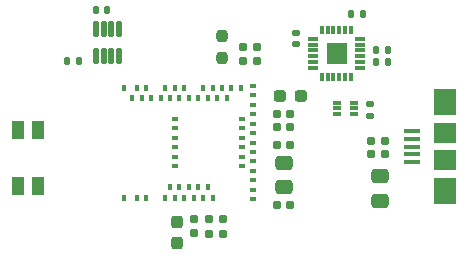
<source format=gbr>
%TF.GenerationSoftware,KiCad,Pcbnew,7.0.5*%
%TF.CreationDate,2023-06-02T12:39:08-04:00*%
%TF.ProjectId,MCU,4d43552e-6b69-4636-9164-5f7063625858,rev?*%
%TF.SameCoordinates,Original*%
%TF.FileFunction,Paste,Top*%
%TF.FilePolarity,Positive*%
%FSLAX46Y46*%
G04 Gerber Fmt 4.6, Leading zero omitted, Abs format (unit mm)*
G04 Created by KiCad (PCBNEW 7.0.5) date 2023-06-02 12:39:08*
%MOMM*%
%LPD*%
G01*
G04 APERTURE LIST*
G04 Aperture macros list*
%AMRoundRect*
0 Rectangle with rounded corners*
0 $1 Rounding radius*
0 $2 $3 $4 $5 $6 $7 $8 $9 X,Y pos of 4 corners*
0 Add a 4 corners polygon primitive as box body*
4,1,4,$2,$3,$4,$5,$6,$7,$8,$9,$2,$3,0*
0 Add four circle primitives for the rounded corners*
1,1,$1+$1,$2,$3*
1,1,$1+$1,$4,$5*
1,1,$1+$1,$6,$7*
1,1,$1+$1,$8,$9*
0 Add four rect primitives between the rounded corners*
20,1,$1+$1,$2,$3,$4,$5,0*
20,1,$1+$1,$4,$5,$6,$7,0*
20,1,$1+$1,$6,$7,$8,$9,0*
20,1,$1+$1,$8,$9,$2,$3,0*%
G04 Aperture macros list end*
%ADD10C,0.010000*%
%ADD11R,0.350000X0.800000*%
%ADD12R,0.850000X0.350000*%
%ADD13RoundRect,0.237500X0.287500X0.237500X-0.287500X0.237500X-0.287500X-0.237500X0.287500X-0.237500X0*%
%ADD14RoundRect,0.155000X0.212500X0.155000X-0.212500X0.155000X-0.212500X-0.155000X0.212500X-0.155000X0*%
%ADD15RoundRect,0.140000X0.140000X0.170000X-0.140000X0.170000X-0.140000X-0.170000X0.140000X-0.170000X0*%
%ADD16RoundRect,0.160000X0.160000X-0.197500X0.160000X0.197500X-0.160000X0.197500X-0.160000X-0.197500X0*%
%ADD17RoundRect,0.160000X-0.197500X-0.160000X0.197500X-0.160000X0.197500X0.160000X-0.197500X0.160000X0*%
%ADD18RoundRect,0.237500X0.237500X-0.287500X0.237500X0.287500X-0.237500X0.287500X-0.237500X-0.287500X0*%
%ADD19RoundRect,0.160000X0.197500X0.160000X-0.197500X0.160000X-0.197500X-0.160000X0.197500X-0.160000X0*%
%ADD20RoundRect,0.250000X-0.475000X0.337500X-0.475000X-0.337500X0.475000X-0.337500X0.475000X0.337500X0*%
%ADD21R,0.660000X0.310000*%
%ADD22RoundRect,0.125000X0.125000X-0.537500X0.125000X0.537500X-0.125000X0.537500X-0.125000X-0.537500X0*%
%ADD23RoundRect,0.135000X0.135000X0.185000X-0.135000X0.185000X-0.135000X-0.185000X0.135000X-0.185000X0*%
%ADD24RoundRect,0.237500X0.237500X-0.250000X0.237500X0.250000X-0.237500X0.250000X-0.237500X-0.250000X0*%
%ADD25R,0.400000X0.600000*%
%ADD26R,0.600000X0.400000*%
%ADD27R,1.100000X1.500000*%
%ADD28RoundRect,0.140000X-0.140000X-0.170000X0.140000X-0.170000X0.140000X0.170000X-0.140000X0.170000X0*%
%ADD29RoundRect,0.140000X-0.170000X0.140000X-0.170000X-0.140000X0.170000X-0.140000X0.170000X0.140000X0*%
%ADD30RoundRect,0.160000X-0.160000X0.197500X-0.160000X-0.197500X0.160000X-0.197500X0.160000X0.197500X0*%
%ADD31R,1.400000X0.400000*%
%ADD32R,1.900000X2.300000*%
%ADD33R,1.900000X1.800000*%
G04 APERTURE END LIST*
%TO.C,U1*%
D10*
X160002000Y-93051500D02*
X158358000Y-93051500D01*
X158358000Y-91343500D01*
X160002000Y-91343500D01*
X160002000Y-93051500D01*
G36*
X160002000Y-93051500D02*
G01*
X158358000Y-93051500D01*
X158358000Y-91343500D01*
X160002000Y-91343500D01*
X160002000Y-93051500D01*
G37*
%TD*%
D11*
%TO.C,U1*%
X157930000Y-94197500D03*
X158430000Y-94197500D03*
X158930000Y-94197500D03*
X159430000Y-94197500D03*
X159930000Y-94197500D03*
X160430000Y-94197500D03*
D12*
X161155000Y-93447500D03*
X161155000Y-92947500D03*
X161155000Y-92447500D03*
X161155000Y-91947500D03*
X161155000Y-91447500D03*
X161155000Y-90947500D03*
D11*
X160430000Y-90197500D03*
X159930000Y-90197500D03*
X159430000Y-90197500D03*
X158930000Y-90197500D03*
X158430000Y-90197500D03*
X157930000Y-90197500D03*
D12*
X157205000Y-90947500D03*
X157205000Y-91447500D03*
X157205000Y-91947500D03*
X157205000Y-92447500D03*
X157205000Y-92947500D03*
X157205000Y-93447500D03*
%TD*%
D13*
%TO.C,L1*%
X156165000Y-95840000D03*
X154415000Y-95840000D03*
%TD*%
D14*
%TO.C,C5*%
X155287500Y-97350000D03*
X154152500Y-97350000D03*
%TD*%
D15*
%TO.C,C1*%
X161400000Y-88870000D03*
X160440000Y-88870000D03*
%TD*%
D14*
%TO.C,C2*%
X155287500Y-105040000D03*
X154152500Y-105040000D03*
%TD*%
D16*
%TO.C,R11*%
X147160000Y-107436121D03*
X147160000Y-106241121D03*
%TD*%
D17*
%TO.C,R6*%
X162122500Y-100750000D03*
X163317500Y-100750000D03*
%TD*%
D18*
%TO.C,D1*%
X145670000Y-108228621D03*
X145670000Y-106478621D03*
%TD*%
D19*
%TO.C,R2*%
X152447500Y-91660000D03*
X151252500Y-91660000D03*
%TD*%
D20*
%TO.C,C9*%
X162840000Y-102587110D03*
X162840000Y-104662110D03*
%TD*%
D21*
%TO.C,IC1*%
X159230000Y-96358621D03*
X159230000Y-96858621D03*
X159230000Y-97358621D03*
X160700000Y-97358621D03*
X160700000Y-96858621D03*
X160700000Y-96358621D03*
%TD*%
D22*
%TO.C,U3*%
X138820000Y-92387500D03*
X139470000Y-92387500D03*
X140120000Y-92387500D03*
X140770000Y-92387500D03*
X140770000Y-90112500D03*
X140120000Y-90112500D03*
X139470000Y-90112500D03*
X138820000Y-90112500D03*
%TD*%
D23*
%TO.C,R4*%
X137410000Y-92830000D03*
X136390000Y-92830000D03*
%TD*%
D20*
%TO.C,Y1*%
X154720000Y-101467500D03*
X154720000Y-103542500D03*
%TD*%
D15*
%TO.C,C3*%
X163510000Y-92950000D03*
X162550000Y-92950000D03*
%TD*%
%TO.C,C7*%
X163510000Y-91950000D03*
X162550000Y-91950000D03*
%TD*%
D24*
%TO.C,R3*%
X149460000Y-92572500D03*
X149460000Y-90747500D03*
%TD*%
D25*
%TO.C,U2*%
X141189995Y-104399991D03*
X142289995Y-104399991D03*
X143089995Y-104399991D03*
X144689995Y-104399991D03*
X145089995Y-103499991D03*
X145489995Y-104399991D03*
X145889995Y-103499991D03*
X146289995Y-104399991D03*
X146689995Y-103499991D03*
X147089995Y-104399991D03*
X147489995Y-103499991D03*
X147889995Y-104399991D03*
X148289995Y-103499991D03*
X148689995Y-104399991D03*
D26*
X152089995Y-104549991D03*
X152089995Y-103749991D03*
X152089995Y-102949991D03*
X152089995Y-102149991D03*
X151189995Y-101749991D03*
X152089995Y-101349991D03*
X151189995Y-100949991D03*
X152089995Y-100549991D03*
X151189995Y-100149991D03*
X152089995Y-99749991D03*
X151189995Y-99349991D03*
X152089995Y-98949991D03*
X151189995Y-98549991D03*
X152089995Y-98149991D03*
X151189995Y-97749991D03*
X152089995Y-97349991D03*
X152089995Y-96549991D03*
X152089995Y-95749991D03*
X152089995Y-94949991D03*
D25*
X151089995Y-95099991D03*
X150289995Y-95099991D03*
X149889995Y-95999991D03*
X149489995Y-95099991D03*
X149089995Y-95999991D03*
X148689995Y-95099991D03*
X148289995Y-95999991D03*
X147889995Y-95099991D03*
X147489995Y-95999991D03*
X146689995Y-95999991D03*
X146289995Y-95099991D03*
X145889995Y-95999991D03*
X145489995Y-95099991D03*
X145089995Y-95999991D03*
X144689995Y-95099991D03*
X144289995Y-95999991D03*
X143489995Y-95999991D03*
X143089995Y-95099991D03*
X142689995Y-95999991D03*
X142289995Y-95099991D03*
X141889995Y-95999991D03*
X141189995Y-95099991D03*
D26*
X145489995Y-101749991D03*
X145489995Y-100949991D03*
X145489995Y-100149991D03*
X145489995Y-99349991D03*
X145489995Y-98549991D03*
X145489995Y-97749991D03*
%TD*%
D14*
%TO.C,C6*%
X155287500Y-98450000D03*
X154152500Y-98450000D03*
%TD*%
D27*
%TO.C,SW1*%
X132190000Y-103398621D03*
X132190000Y-98698621D03*
X133890000Y-103398621D03*
X133890000Y-98698621D03*
%TD*%
D28*
%TO.C,C10*%
X138820000Y-88520000D03*
X139780000Y-88520000D03*
%TD*%
D29*
%TO.C,C11*%
X162000000Y-96510000D03*
X162000000Y-97470000D03*
%TD*%
D17*
%TO.C,R5*%
X162122500Y-99630000D03*
X163317500Y-99630000D03*
%TD*%
D29*
%TO.C,C8*%
X155730000Y-90480000D03*
X155730000Y-91440000D03*
%TD*%
D19*
%TO.C,R1*%
X152447500Y-92840000D03*
X151252500Y-92840000D03*
%TD*%
D14*
%TO.C,C4*%
X155287500Y-99970000D03*
X154152500Y-99970000D03*
%TD*%
D30*
%TO.C,R8*%
X149564000Y-106255000D03*
X149564000Y-107450000D03*
%TD*%
%TO.C,R7*%
X148360000Y-106255000D03*
X148360000Y-107450000D03*
%TD*%
D31*
%TO.C,J3*%
X165550000Y-101404610D03*
X165550000Y-100754610D03*
X165550000Y-100104610D03*
X165550000Y-99454610D03*
X165550000Y-98804610D03*
D32*
X168400000Y-103854610D03*
D33*
X168400000Y-101254610D03*
X168400000Y-98954610D03*
D32*
X168400000Y-96354610D03*
%TD*%
M02*

</source>
